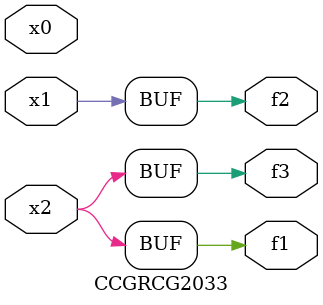
<source format=v>
module CCGRCG2033(
	input x0, x1, x2,
	output f1, f2, f3
);
	assign f1 = x2;
	assign f2 = x1;
	assign f3 = x2;
endmodule

</source>
